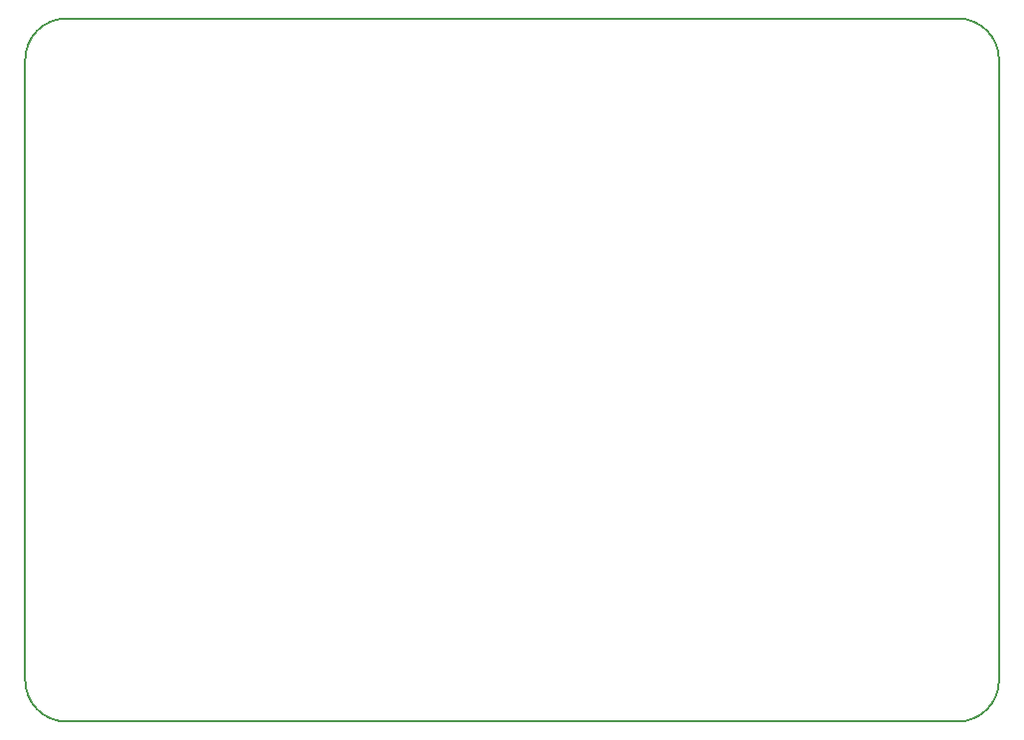
<source format=gbr>
G04 #@! TF.GenerationSoftware,KiCad,Pcbnew,(6.0.7)*
G04 #@! TF.CreationDate,2023-01-28T15:55:42-06:00*
G04 #@! TF.ProjectId,Power-Secondary,506f7765-722d-4536-9563-6f6e64617279,rev?*
G04 #@! TF.SameCoordinates,Original*
G04 #@! TF.FileFunction,Profile,NP*
%FSLAX46Y46*%
G04 Gerber Fmt 4.6, Leading zero omitted, Abs format (unit mm)*
G04 Created by KiCad (PCBNEW (6.0.7)) date 2023-01-28 15:55:42*
%MOMM*%
%LPD*%
G01*
G04 APERTURE LIST*
G04 #@! TA.AperFunction,Profile*
%ADD10C,0.150000*%
G04 #@! TD*
G04 APERTURE END LIST*
D10*
X189370000Y-70960000D02*
G75*
G03*
X185870000Y-67460000I-3500000J0D01*
G01*
X106370000Y-123960000D02*
X106370000Y-70960000D01*
X185870000Y-127460000D02*
G75*
G03*
X189370000Y-123960000I0J3500000D01*
G01*
X185870000Y-127460000D02*
X109870000Y-127460000D01*
X109870000Y-67460000D02*
X185870000Y-67460000D01*
X189370000Y-70960000D02*
X189370000Y-123960000D01*
X106370000Y-123960000D02*
G75*
G03*
X109870000Y-127460000I3500000J0D01*
G01*
X109870000Y-67460000D02*
G75*
G03*
X106370000Y-70960000I0J-3500000D01*
G01*
M02*

</source>
